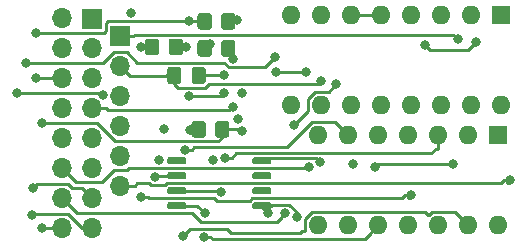
<source format=gbr>
G04 #@! TF.GenerationSoftware,KiCad,Pcbnew,5.1.5+dfsg1-2build2*
G04 #@! TF.CreationDate,2022-11-08T07:02:07+00:00*
G04 #@! TF.ProjectId,link-up-serial,6c696e6b-2d75-4702-9d73-657269616c2e,rev?*
G04 #@! TF.SameCoordinates,Original*
G04 #@! TF.FileFunction,Copper,L1,Top*
G04 #@! TF.FilePolarity,Positive*
%FSLAX46Y46*%
G04 Gerber Fmt 4.6, Leading zero omitted, Abs format (unit mm)*
G04 Created by KiCad (PCBNEW 5.1.5+dfsg1-2build2) date 2022-11-08 07:02:07*
%MOMM*%
%LPD*%
G04 APERTURE LIST*
%ADD10O,1.600000X1.600000*%
%ADD11R,1.600000X1.600000*%
%ADD12C,0.100000*%
%ADD13O,1.700000X1.700000*%
%ADD14R,1.700000X1.700000*%
%ADD15C,0.800000*%
%ADD16C,0.250000*%
G04 APERTURE END LIST*
D10*
X131064000Y-110998000D03*
X113284000Y-103378000D03*
X128524000Y-110998000D03*
X115824000Y-103378000D03*
X125984000Y-110998000D03*
X118364000Y-103378000D03*
X123444000Y-110998000D03*
X120904000Y-103378000D03*
X120904000Y-110998000D03*
X123444000Y-103378000D03*
X118364000Y-110998000D03*
X125984000Y-103378000D03*
X115824000Y-110998000D03*
X128524000Y-103378000D03*
X113284000Y-110998000D03*
D11*
X131064000Y-103378000D03*
G04 #@! TA.AperFunction,SMDPad,CuDef*
D12*
G36*
X111452703Y-115397722D02*
G01*
X111467264Y-115399882D01*
X111481543Y-115403459D01*
X111495403Y-115408418D01*
X111508710Y-115414712D01*
X111521336Y-115422280D01*
X111533159Y-115431048D01*
X111544066Y-115440934D01*
X111553952Y-115451841D01*
X111562720Y-115463664D01*
X111570288Y-115476290D01*
X111576582Y-115489597D01*
X111581541Y-115503457D01*
X111585118Y-115517736D01*
X111587278Y-115532297D01*
X111588000Y-115547000D01*
X111588000Y-115847000D01*
X111587278Y-115861703D01*
X111585118Y-115876264D01*
X111581541Y-115890543D01*
X111576582Y-115904403D01*
X111570288Y-115917710D01*
X111562720Y-115930336D01*
X111553952Y-115942159D01*
X111544066Y-115953066D01*
X111533159Y-115962952D01*
X111521336Y-115971720D01*
X111508710Y-115979288D01*
X111495403Y-115985582D01*
X111481543Y-115990541D01*
X111467264Y-115994118D01*
X111452703Y-115996278D01*
X111438000Y-115997000D01*
X110138000Y-115997000D01*
X110123297Y-115996278D01*
X110108736Y-115994118D01*
X110094457Y-115990541D01*
X110080597Y-115985582D01*
X110067290Y-115979288D01*
X110054664Y-115971720D01*
X110042841Y-115962952D01*
X110031934Y-115953066D01*
X110022048Y-115942159D01*
X110013280Y-115930336D01*
X110005712Y-115917710D01*
X109999418Y-115904403D01*
X109994459Y-115890543D01*
X109990882Y-115876264D01*
X109988722Y-115861703D01*
X109988000Y-115847000D01*
X109988000Y-115547000D01*
X109988722Y-115532297D01*
X109990882Y-115517736D01*
X109994459Y-115503457D01*
X109999418Y-115489597D01*
X110005712Y-115476290D01*
X110013280Y-115463664D01*
X110022048Y-115451841D01*
X110031934Y-115440934D01*
X110042841Y-115431048D01*
X110054664Y-115422280D01*
X110067290Y-115414712D01*
X110080597Y-115408418D01*
X110094457Y-115403459D01*
X110108736Y-115399882D01*
X110123297Y-115397722D01*
X110138000Y-115397000D01*
X111438000Y-115397000D01*
X111452703Y-115397722D01*
G37*
G04 #@! TD.AperFunction*
G04 #@! TA.AperFunction,SMDPad,CuDef*
G36*
X111452703Y-116667722D02*
G01*
X111467264Y-116669882D01*
X111481543Y-116673459D01*
X111495403Y-116678418D01*
X111508710Y-116684712D01*
X111521336Y-116692280D01*
X111533159Y-116701048D01*
X111544066Y-116710934D01*
X111553952Y-116721841D01*
X111562720Y-116733664D01*
X111570288Y-116746290D01*
X111576582Y-116759597D01*
X111581541Y-116773457D01*
X111585118Y-116787736D01*
X111587278Y-116802297D01*
X111588000Y-116817000D01*
X111588000Y-117117000D01*
X111587278Y-117131703D01*
X111585118Y-117146264D01*
X111581541Y-117160543D01*
X111576582Y-117174403D01*
X111570288Y-117187710D01*
X111562720Y-117200336D01*
X111553952Y-117212159D01*
X111544066Y-117223066D01*
X111533159Y-117232952D01*
X111521336Y-117241720D01*
X111508710Y-117249288D01*
X111495403Y-117255582D01*
X111481543Y-117260541D01*
X111467264Y-117264118D01*
X111452703Y-117266278D01*
X111438000Y-117267000D01*
X110138000Y-117267000D01*
X110123297Y-117266278D01*
X110108736Y-117264118D01*
X110094457Y-117260541D01*
X110080597Y-117255582D01*
X110067290Y-117249288D01*
X110054664Y-117241720D01*
X110042841Y-117232952D01*
X110031934Y-117223066D01*
X110022048Y-117212159D01*
X110013280Y-117200336D01*
X110005712Y-117187710D01*
X109999418Y-117174403D01*
X109994459Y-117160543D01*
X109990882Y-117146264D01*
X109988722Y-117131703D01*
X109988000Y-117117000D01*
X109988000Y-116817000D01*
X109988722Y-116802297D01*
X109990882Y-116787736D01*
X109994459Y-116773457D01*
X109999418Y-116759597D01*
X110005712Y-116746290D01*
X110013280Y-116733664D01*
X110022048Y-116721841D01*
X110031934Y-116710934D01*
X110042841Y-116701048D01*
X110054664Y-116692280D01*
X110067290Y-116684712D01*
X110080597Y-116678418D01*
X110094457Y-116673459D01*
X110108736Y-116669882D01*
X110123297Y-116667722D01*
X110138000Y-116667000D01*
X111438000Y-116667000D01*
X111452703Y-116667722D01*
G37*
G04 #@! TD.AperFunction*
G04 #@! TA.AperFunction,SMDPad,CuDef*
G36*
X111452703Y-117937722D02*
G01*
X111467264Y-117939882D01*
X111481543Y-117943459D01*
X111495403Y-117948418D01*
X111508710Y-117954712D01*
X111521336Y-117962280D01*
X111533159Y-117971048D01*
X111544066Y-117980934D01*
X111553952Y-117991841D01*
X111562720Y-118003664D01*
X111570288Y-118016290D01*
X111576582Y-118029597D01*
X111581541Y-118043457D01*
X111585118Y-118057736D01*
X111587278Y-118072297D01*
X111588000Y-118087000D01*
X111588000Y-118387000D01*
X111587278Y-118401703D01*
X111585118Y-118416264D01*
X111581541Y-118430543D01*
X111576582Y-118444403D01*
X111570288Y-118457710D01*
X111562720Y-118470336D01*
X111553952Y-118482159D01*
X111544066Y-118493066D01*
X111533159Y-118502952D01*
X111521336Y-118511720D01*
X111508710Y-118519288D01*
X111495403Y-118525582D01*
X111481543Y-118530541D01*
X111467264Y-118534118D01*
X111452703Y-118536278D01*
X111438000Y-118537000D01*
X110138000Y-118537000D01*
X110123297Y-118536278D01*
X110108736Y-118534118D01*
X110094457Y-118530541D01*
X110080597Y-118525582D01*
X110067290Y-118519288D01*
X110054664Y-118511720D01*
X110042841Y-118502952D01*
X110031934Y-118493066D01*
X110022048Y-118482159D01*
X110013280Y-118470336D01*
X110005712Y-118457710D01*
X109999418Y-118444403D01*
X109994459Y-118430543D01*
X109990882Y-118416264D01*
X109988722Y-118401703D01*
X109988000Y-118387000D01*
X109988000Y-118087000D01*
X109988722Y-118072297D01*
X109990882Y-118057736D01*
X109994459Y-118043457D01*
X109999418Y-118029597D01*
X110005712Y-118016290D01*
X110013280Y-118003664D01*
X110022048Y-117991841D01*
X110031934Y-117980934D01*
X110042841Y-117971048D01*
X110054664Y-117962280D01*
X110067290Y-117954712D01*
X110080597Y-117948418D01*
X110094457Y-117943459D01*
X110108736Y-117939882D01*
X110123297Y-117937722D01*
X110138000Y-117937000D01*
X111438000Y-117937000D01*
X111452703Y-117937722D01*
G37*
G04 #@! TD.AperFunction*
G04 #@! TA.AperFunction,SMDPad,CuDef*
G36*
X111452703Y-119207722D02*
G01*
X111467264Y-119209882D01*
X111481543Y-119213459D01*
X111495403Y-119218418D01*
X111508710Y-119224712D01*
X111521336Y-119232280D01*
X111533159Y-119241048D01*
X111544066Y-119250934D01*
X111553952Y-119261841D01*
X111562720Y-119273664D01*
X111570288Y-119286290D01*
X111576582Y-119299597D01*
X111581541Y-119313457D01*
X111585118Y-119327736D01*
X111587278Y-119342297D01*
X111588000Y-119357000D01*
X111588000Y-119657000D01*
X111587278Y-119671703D01*
X111585118Y-119686264D01*
X111581541Y-119700543D01*
X111576582Y-119714403D01*
X111570288Y-119727710D01*
X111562720Y-119740336D01*
X111553952Y-119752159D01*
X111544066Y-119763066D01*
X111533159Y-119772952D01*
X111521336Y-119781720D01*
X111508710Y-119789288D01*
X111495403Y-119795582D01*
X111481543Y-119800541D01*
X111467264Y-119804118D01*
X111452703Y-119806278D01*
X111438000Y-119807000D01*
X110138000Y-119807000D01*
X110123297Y-119806278D01*
X110108736Y-119804118D01*
X110094457Y-119800541D01*
X110080597Y-119795582D01*
X110067290Y-119789288D01*
X110054664Y-119781720D01*
X110042841Y-119772952D01*
X110031934Y-119763066D01*
X110022048Y-119752159D01*
X110013280Y-119740336D01*
X110005712Y-119727710D01*
X109999418Y-119714403D01*
X109994459Y-119700543D01*
X109990882Y-119686264D01*
X109988722Y-119671703D01*
X109988000Y-119657000D01*
X109988000Y-119357000D01*
X109988722Y-119342297D01*
X109990882Y-119327736D01*
X109994459Y-119313457D01*
X109999418Y-119299597D01*
X110005712Y-119286290D01*
X110013280Y-119273664D01*
X110022048Y-119261841D01*
X110031934Y-119250934D01*
X110042841Y-119241048D01*
X110054664Y-119232280D01*
X110067290Y-119224712D01*
X110080597Y-119218418D01*
X110094457Y-119213459D01*
X110108736Y-119209882D01*
X110123297Y-119207722D01*
X110138000Y-119207000D01*
X111438000Y-119207000D01*
X111452703Y-119207722D01*
G37*
G04 #@! TD.AperFunction*
G04 #@! TA.AperFunction,SMDPad,CuDef*
G36*
X104252703Y-119207722D02*
G01*
X104267264Y-119209882D01*
X104281543Y-119213459D01*
X104295403Y-119218418D01*
X104308710Y-119224712D01*
X104321336Y-119232280D01*
X104333159Y-119241048D01*
X104344066Y-119250934D01*
X104353952Y-119261841D01*
X104362720Y-119273664D01*
X104370288Y-119286290D01*
X104376582Y-119299597D01*
X104381541Y-119313457D01*
X104385118Y-119327736D01*
X104387278Y-119342297D01*
X104388000Y-119357000D01*
X104388000Y-119657000D01*
X104387278Y-119671703D01*
X104385118Y-119686264D01*
X104381541Y-119700543D01*
X104376582Y-119714403D01*
X104370288Y-119727710D01*
X104362720Y-119740336D01*
X104353952Y-119752159D01*
X104344066Y-119763066D01*
X104333159Y-119772952D01*
X104321336Y-119781720D01*
X104308710Y-119789288D01*
X104295403Y-119795582D01*
X104281543Y-119800541D01*
X104267264Y-119804118D01*
X104252703Y-119806278D01*
X104238000Y-119807000D01*
X102938000Y-119807000D01*
X102923297Y-119806278D01*
X102908736Y-119804118D01*
X102894457Y-119800541D01*
X102880597Y-119795582D01*
X102867290Y-119789288D01*
X102854664Y-119781720D01*
X102842841Y-119772952D01*
X102831934Y-119763066D01*
X102822048Y-119752159D01*
X102813280Y-119740336D01*
X102805712Y-119727710D01*
X102799418Y-119714403D01*
X102794459Y-119700543D01*
X102790882Y-119686264D01*
X102788722Y-119671703D01*
X102788000Y-119657000D01*
X102788000Y-119357000D01*
X102788722Y-119342297D01*
X102790882Y-119327736D01*
X102794459Y-119313457D01*
X102799418Y-119299597D01*
X102805712Y-119286290D01*
X102813280Y-119273664D01*
X102822048Y-119261841D01*
X102831934Y-119250934D01*
X102842841Y-119241048D01*
X102854664Y-119232280D01*
X102867290Y-119224712D01*
X102880597Y-119218418D01*
X102894457Y-119213459D01*
X102908736Y-119209882D01*
X102923297Y-119207722D01*
X102938000Y-119207000D01*
X104238000Y-119207000D01*
X104252703Y-119207722D01*
G37*
G04 #@! TD.AperFunction*
G04 #@! TA.AperFunction,SMDPad,CuDef*
G36*
X104252703Y-117937722D02*
G01*
X104267264Y-117939882D01*
X104281543Y-117943459D01*
X104295403Y-117948418D01*
X104308710Y-117954712D01*
X104321336Y-117962280D01*
X104333159Y-117971048D01*
X104344066Y-117980934D01*
X104353952Y-117991841D01*
X104362720Y-118003664D01*
X104370288Y-118016290D01*
X104376582Y-118029597D01*
X104381541Y-118043457D01*
X104385118Y-118057736D01*
X104387278Y-118072297D01*
X104388000Y-118087000D01*
X104388000Y-118387000D01*
X104387278Y-118401703D01*
X104385118Y-118416264D01*
X104381541Y-118430543D01*
X104376582Y-118444403D01*
X104370288Y-118457710D01*
X104362720Y-118470336D01*
X104353952Y-118482159D01*
X104344066Y-118493066D01*
X104333159Y-118502952D01*
X104321336Y-118511720D01*
X104308710Y-118519288D01*
X104295403Y-118525582D01*
X104281543Y-118530541D01*
X104267264Y-118534118D01*
X104252703Y-118536278D01*
X104238000Y-118537000D01*
X102938000Y-118537000D01*
X102923297Y-118536278D01*
X102908736Y-118534118D01*
X102894457Y-118530541D01*
X102880597Y-118525582D01*
X102867290Y-118519288D01*
X102854664Y-118511720D01*
X102842841Y-118502952D01*
X102831934Y-118493066D01*
X102822048Y-118482159D01*
X102813280Y-118470336D01*
X102805712Y-118457710D01*
X102799418Y-118444403D01*
X102794459Y-118430543D01*
X102790882Y-118416264D01*
X102788722Y-118401703D01*
X102788000Y-118387000D01*
X102788000Y-118087000D01*
X102788722Y-118072297D01*
X102790882Y-118057736D01*
X102794459Y-118043457D01*
X102799418Y-118029597D01*
X102805712Y-118016290D01*
X102813280Y-118003664D01*
X102822048Y-117991841D01*
X102831934Y-117980934D01*
X102842841Y-117971048D01*
X102854664Y-117962280D01*
X102867290Y-117954712D01*
X102880597Y-117948418D01*
X102894457Y-117943459D01*
X102908736Y-117939882D01*
X102923297Y-117937722D01*
X102938000Y-117937000D01*
X104238000Y-117937000D01*
X104252703Y-117937722D01*
G37*
G04 #@! TD.AperFunction*
G04 #@! TA.AperFunction,SMDPad,CuDef*
G36*
X104252703Y-116667722D02*
G01*
X104267264Y-116669882D01*
X104281543Y-116673459D01*
X104295403Y-116678418D01*
X104308710Y-116684712D01*
X104321336Y-116692280D01*
X104333159Y-116701048D01*
X104344066Y-116710934D01*
X104353952Y-116721841D01*
X104362720Y-116733664D01*
X104370288Y-116746290D01*
X104376582Y-116759597D01*
X104381541Y-116773457D01*
X104385118Y-116787736D01*
X104387278Y-116802297D01*
X104388000Y-116817000D01*
X104388000Y-117117000D01*
X104387278Y-117131703D01*
X104385118Y-117146264D01*
X104381541Y-117160543D01*
X104376582Y-117174403D01*
X104370288Y-117187710D01*
X104362720Y-117200336D01*
X104353952Y-117212159D01*
X104344066Y-117223066D01*
X104333159Y-117232952D01*
X104321336Y-117241720D01*
X104308710Y-117249288D01*
X104295403Y-117255582D01*
X104281543Y-117260541D01*
X104267264Y-117264118D01*
X104252703Y-117266278D01*
X104238000Y-117267000D01*
X102938000Y-117267000D01*
X102923297Y-117266278D01*
X102908736Y-117264118D01*
X102894457Y-117260541D01*
X102880597Y-117255582D01*
X102867290Y-117249288D01*
X102854664Y-117241720D01*
X102842841Y-117232952D01*
X102831934Y-117223066D01*
X102822048Y-117212159D01*
X102813280Y-117200336D01*
X102805712Y-117187710D01*
X102799418Y-117174403D01*
X102794459Y-117160543D01*
X102790882Y-117146264D01*
X102788722Y-117131703D01*
X102788000Y-117117000D01*
X102788000Y-116817000D01*
X102788722Y-116802297D01*
X102790882Y-116787736D01*
X102794459Y-116773457D01*
X102799418Y-116759597D01*
X102805712Y-116746290D01*
X102813280Y-116733664D01*
X102822048Y-116721841D01*
X102831934Y-116710934D01*
X102842841Y-116701048D01*
X102854664Y-116692280D01*
X102867290Y-116684712D01*
X102880597Y-116678418D01*
X102894457Y-116673459D01*
X102908736Y-116669882D01*
X102923297Y-116667722D01*
X102938000Y-116667000D01*
X104238000Y-116667000D01*
X104252703Y-116667722D01*
G37*
G04 #@! TD.AperFunction*
G04 #@! TA.AperFunction,SMDPad,CuDef*
G36*
X104252703Y-115397722D02*
G01*
X104267264Y-115399882D01*
X104281543Y-115403459D01*
X104295403Y-115408418D01*
X104308710Y-115414712D01*
X104321336Y-115422280D01*
X104333159Y-115431048D01*
X104344066Y-115440934D01*
X104353952Y-115451841D01*
X104362720Y-115463664D01*
X104370288Y-115476290D01*
X104376582Y-115489597D01*
X104381541Y-115503457D01*
X104385118Y-115517736D01*
X104387278Y-115532297D01*
X104388000Y-115547000D01*
X104388000Y-115847000D01*
X104387278Y-115861703D01*
X104385118Y-115876264D01*
X104381541Y-115890543D01*
X104376582Y-115904403D01*
X104370288Y-115917710D01*
X104362720Y-115930336D01*
X104353952Y-115942159D01*
X104344066Y-115953066D01*
X104333159Y-115962952D01*
X104321336Y-115971720D01*
X104308710Y-115979288D01*
X104295403Y-115985582D01*
X104281543Y-115990541D01*
X104267264Y-115994118D01*
X104252703Y-115996278D01*
X104238000Y-115997000D01*
X102938000Y-115997000D01*
X102923297Y-115996278D01*
X102908736Y-115994118D01*
X102894457Y-115990541D01*
X102880597Y-115985582D01*
X102867290Y-115979288D01*
X102854664Y-115971720D01*
X102842841Y-115962952D01*
X102831934Y-115953066D01*
X102822048Y-115942159D01*
X102813280Y-115930336D01*
X102805712Y-115917710D01*
X102799418Y-115904403D01*
X102794459Y-115890543D01*
X102790882Y-115876264D01*
X102788722Y-115861703D01*
X102788000Y-115847000D01*
X102788000Y-115547000D01*
X102788722Y-115532297D01*
X102790882Y-115517736D01*
X102794459Y-115503457D01*
X102799418Y-115489597D01*
X102805712Y-115476290D01*
X102813280Y-115463664D01*
X102822048Y-115451841D01*
X102831934Y-115440934D01*
X102842841Y-115431048D01*
X102854664Y-115422280D01*
X102867290Y-115414712D01*
X102880597Y-115408418D01*
X102894457Y-115403459D01*
X102908736Y-115399882D01*
X102923297Y-115397722D01*
X102938000Y-115397000D01*
X104238000Y-115397000D01*
X104252703Y-115397722D01*
G37*
G04 #@! TD.AperFunction*
D10*
X130810000Y-121158000D03*
X115570000Y-113538000D03*
X128270000Y-121158000D03*
X118110000Y-113538000D03*
X125730000Y-121158000D03*
X120650000Y-113538000D03*
X123190000Y-121158000D03*
X123190000Y-113538000D03*
X120650000Y-121158000D03*
X125730000Y-113538000D03*
X118110000Y-121158000D03*
X128270000Y-113538000D03*
X115570000Y-121158000D03*
D11*
X130810000Y-113538000D03*
G04 #@! TA.AperFunction,SMDPad,CuDef*
D12*
G36*
X101863505Y-105346204D02*
G01*
X101887773Y-105349804D01*
X101911572Y-105355765D01*
X101934671Y-105364030D01*
X101956850Y-105374520D01*
X101977893Y-105387132D01*
X101997599Y-105401747D01*
X102015777Y-105418223D01*
X102032253Y-105436401D01*
X102046868Y-105456107D01*
X102059480Y-105477150D01*
X102069970Y-105499329D01*
X102078235Y-105522428D01*
X102084196Y-105546227D01*
X102087796Y-105570495D01*
X102089000Y-105594999D01*
X102089000Y-106495001D01*
X102087796Y-106519505D01*
X102084196Y-106543773D01*
X102078235Y-106567572D01*
X102069970Y-106590671D01*
X102059480Y-106612850D01*
X102046868Y-106633893D01*
X102032253Y-106653599D01*
X102015777Y-106671777D01*
X101997599Y-106688253D01*
X101977893Y-106702868D01*
X101956850Y-106715480D01*
X101934671Y-106725970D01*
X101911572Y-106734235D01*
X101887773Y-106740196D01*
X101863505Y-106743796D01*
X101839001Y-106745000D01*
X101138999Y-106745000D01*
X101114495Y-106743796D01*
X101090227Y-106740196D01*
X101066428Y-106734235D01*
X101043329Y-106725970D01*
X101021150Y-106715480D01*
X101000107Y-106702868D01*
X100980401Y-106688253D01*
X100962223Y-106671777D01*
X100945747Y-106653599D01*
X100931132Y-106633893D01*
X100918520Y-106612850D01*
X100908030Y-106590671D01*
X100899765Y-106567572D01*
X100893804Y-106543773D01*
X100890204Y-106519505D01*
X100889000Y-106495001D01*
X100889000Y-105594999D01*
X100890204Y-105570495D01*
X100893804Y-105546227D01*
X100899765Y-105522428D01*
X100908030Y-105499329D01*
X100918520Y-105477150D01*
X100931132Y-105456107D01*
X100945747Y-105436401D01*
X100962223Y-105418223D01*
X100980401Y-105401747D01*
X101000107Y-105387132D01*
X101021150Y-105374520D01*
X101043329Y-105364030D01*
X101066428Y-105355765D01*
X101090227Y-105349804D01*
X101114495Y-105346204D01*
X101138999Y-105345000D01*
X101839001Y-105345000D01*
X101863505Y-105346204D01*
G37*
G04 #@! TD.AperFunction*
G04 #@! TA.AperFunction,SMDPad,CuDef*
G36*
X103863505Y-105346204D02*
G01*
X103887773Y-105349804D01*
X103911572Y-105355765D01*
X103934671Y-105364030D01*
X103956850Y-105374520D01*
X103977893Y-105387132D01*
X103997599Y-105401747D01*
X104015777Y-105418223D01*
X104032253Y-105436401D01*
X104046868Y-105456107D01*
X104059480Y-105477150D01*
X104069970Y-105499329D01*
X104078235Y-105522428D01*
X104084196Y-105546227D01*
X104087796Y-105570495D01*
X104089000Y-105594999D01*
X104089000Y-106495001D01*
X104087796Y-106519505D01*
X104084196Y-106543773D01*
X104078235Y-106567572D01*
X104069970Y-106590671D01*
X104059480Y-106612850D01*
X104046868Y-106633893D01*
X104032253Y-106653599D01*
X104015777Y-106671777D01*
X103997599Y-106688253D01*
X103977893Y-106702868D01*
X103956850Y-106715480D01*
X103934671Y-106725970D01*
X103911572Y-106734235D01*
X103887773Y-106740196D01*
X103863505Y-106743796D01*
X103839001Y-106745000D01*
X103138999Y-106745000D01*
X103114495Y-106743796D01*
X103090227Y-106740196D01*
X103066428Y-106734235D01*
X103043329Y-106725970D01*
X103021150Y-106715480D01*
X103000107Y-106702868D01*
X102980401Y-106688253D01*
X102962223Y-106671777D01*
X102945747Y-106653599D01*
X102931132Y-106633893D01*
X102918520Y-106612850D01*
X102908030Y-106590671D01*
X102899765Y-106567572D01*
X102893804Y-106543773D01*
X102890204Y-106519505D01*
X102889000Y-106495001D01*
X102889000Y-105594999D01*
X102890204Y-105570495D01*
X102893804Y-105546227D01*
X102899765Y-105522428D01*
X102908030Y-105499329D01*
X102918520Y-105477150D01*
X102931132Y-105456107D01*
X102945747Y-105436401D01*
X102962223Y-105418223D01*
X102980401Y-105401747D01*
X103000107Y-105387132D01*
X103021150Y-105374520D01*
X103043329Y-105364030D01*
X103066428Y-105355765D01*
X103090227Y-105349804D01*
X103114495Y-105346204D01*
X103138999Y-105345000D01*
X103839001Y-105345000D01*
X103863505Y-105346204D01*
G37*
G04 #@! TD.AperFunction*
G04 #@! TA.AperFunction,SMDPad,CuDef*
G36*
X105800505Y-112331204D02*
G01*
X105824773Y-112334804D01*
X105848572Y-112340765D01*
X105871671Y-112349030D01*
X105893850Y-112359520D01*
X105914893Y-112372132D01*
X105934599Y-112386747D01*
X105952777Y-112403223D01*
X105969253Y-112421401D01*
X105983868Y-112441107D01*
X105996480Y-112462150D01*
X106006970Y-112484329D01*
X106015235Y-112507428D01*
X106021196Y-112531227D01*
X106024796Y-112555495D01*
X106026000Y-112579999D01*
X106026000Y-113480001D01*
X106024796Y-113504505D01*
X106021196Y-113528773D01*
X106015235Y-113552572D01*
X106006970Y-113575671D01*
X105996480Y-113597850D01*
X105983868Y-113618893D01*
X105969253Y-113638599D01*
X105952777Y-113656777D01*
X105934599Y-113673253D01*
X105914893Y-113687868D01*
X105893850Y-113700480D01*
X105871671Y-113710970D01*
X105848572Y-113719235D01*
X105824773Y-113725196D01*
X105800505Y-113728796D01*
X105776001Y-113730000D01*
X105075999Y-113730000D01*
X105051495Y-113728796D01*
X105027227Y-113725196D01*
X105003428Y-113719235D01*
X104980329Y-113710970D01*
X104958150Y-113700480D01*
X104937107Y-113687868D01*
X104917401Y-113673253D01*
X104899223Y-113656777D01*
X104882747Y-113638599D01*
X104868132Y-113618893D01*
X104855520Y-113597850D01*
X104845030Y-113575671D01*
X104836765Y-113552572D01*
X104830804Y-113528773D01*
X104827204Y-113504505D01*
X104826000Y-113480001D01*
X104826000Y-112579999D01*
X104827204Y-112555495D01*
X104830804Y-112531227D01*
X104836765Y-112507428D01*
X104845030Y-112484329D01*
X104855520Y-112462150D01*
X104868132Y-112441107D01*
X104882747Y-112421401D01*
X104899223Y-112403223D01*
X104917401Y-112386747D01*
X104937107Y-112372132D01*
X104958150Y-112359520D01*
X104980329Y-112349030D01*
X105003428Y-112340765D01*
X105027227Y-112334804D01*
X105051495Y-112331204D01*
X105075999Y-112330000D01*
X105776001Y-112330000D01*
X105800505Y-112331204D01*
G37*
G04 #@! TD.AperFunction*
G04 #@! TA.AperFunction,SMDPad,CuDef*
G36*
X107800505Y-112331204D02*
G01*
X107824773Y-112334804D01*
X107848572Y-112340765D01*
X107871671Y-112349030D01*
X107893850Y-112359520D01*
X107914893Y-112372132D01*
X107934599Y-112386747D01*
X107952777Y-112403223D01*
X107969253Y-112421401D01*
X107983868Y-112441107D01*
X107996480Y-112462150D01*
X108006970Y-112484329D01*
X108015235Y-112507428D01*
X108021196Y-112531227D01*
X108024796Y-112555495D01*
X108026000Y-112579999D01*
X108026000Y-113480001D01*
X108024796Y-113504505D01*
X108021196Y-113528773D01*
X108015235Y-113552572D01*
X108006970Y-113575671D01*
X107996480Y-113597850D01*
X107983868Y-113618893D01*
X107969253Y-113638599D01*
X107952777Y-113656777D01*
X107934599Y-113673253D01*
X107914893Y-113687868D01*
X107893850Y-113700480D01*
X107871671Y-113710970D01*
X107848572Y-113719235D01*
X107824773Y-113725196D01*
X107800505Y-113728796D01*
X107776001Y-113730000D01*
X107075999Y-113730000D01*
X107051495Y-113728796D01*
X107027227Y-113725196D01*
X107003428Y-113719235D01*
X106980329Y-113710970D01*
X106958150Y-113700480D01*
X106937107Y-113687868D01*
X106917401Y-113673253D01*
X106899223Y-113656777D01*
X106882747Y-113638599D01*
X106868132Y-113618893D01*
X106855520Y-113597850D01*
X106845030Y-113575671D01*
X106836765Y-113552572D01*
X106830804Y-113528773D01*
X106827204Y-113504505D01*
X106826000Y-113480001D01*
X106826000Y-112579999D01*
X106827204Y-112555495D01*
X106830804Y-112531227D01*
X106836765Y-112507428D01*
X106845030Y-112484329D01*
X106855520Y-112462150D01*
X106868132Y-112441107D01*
X106882747Y-112421401D01*
X106899223Y-112403223D01*
X106917401Y-112386747D01*
X106937107Y-112372132D01*
X106958150Y-112359520D01*
X106980329Y-112349030D01*
X107003428Y-112340765D01*
X107027227Y-112334804D01*
X107051495Y-112331204D01*
X107075999Y-112330000D01*
X107776001Y-112330000D01*
X107800505Y-112331204D01*
G37*
G04 #@! TD.AperFunction*
G04 #@! TA.AperFunction,SMDPad,CuDef*
G36*
X106308505Y-103187204D02*
G01*
X106332773Y-103190804D01*
X106356572Y-103196765D01*
X106379671Y-103205030D01*
X106401850Y-103215520D01*
X106422893Y-103228132D01*
X106442599Y-103242747D01*
X106460777Y-103259223D01*
X106477253Y-103277401D01*
X106491868Y-103297107D01*
X106504480Y-103318150D01*
X106514970Y-103340329D01*
X106523235Y-103363428D01*
X106529196Y-103387227D01*
X106532796Y-103411495D01*
X106534000Y-103435999D01*
X106534000Y-104336001D01*
X106532796Y-104360505D01*
X106529196Y-104384773D01*
X106523235Y-104408572D01*
X106514970Y-104431671D01*
X106504480Y-104453850D01*
X106491868Y-104474893D01*
X106477253Y-104494599D01*
X106460777Y-104512777D01*
X106442599Y-104529253D01*
X106422893Y-104543868D01*
X106401850Y-104556480D01*
X106379671Y-104566970D01*
X106356572Y-104575235D01*
X106332773Y-104581196D01*
X106308505Y-104584796D01*
X106284001Y-104586000D01*
X105583999Y-104586000D01*
X105559495Y-104584796D01*
X105535227Y-104581196D01*
X105511428Y-104575235D01*
X105488329Y-104566970D01*
X105466150Y-104556480D01*
X105445107Y-104543868D01*
X105425401Y-104529253D01*
X105407223Y-104512777D01*
X105390747Y-104494599D01*
X105376132Y-104474893D01*
X105363520Y-104453850D01*
X105353030Y-104431671D01*
X105344765Y-104408572D01*
X105338804Y-104384773D01*
X105335204Y-104360505D01*
X105334000Y-104336001D01*
X105334000Y-103435999D01*
X105335204Y-103411495D01*
X105338804Y-103387227D01*
X105344765Y-103363428D01*
X105353030Y-103340329D01*
X105363520Y-103318150D01*
X105376132Y-103297107D01*
X105390747Y-103277401D01*
X105407223Y-103259223D01*
X105425401Y-103242747D01*
X105445107Y-103228132D01*
X105466150Y-103215520D01*
X105488329Y-103205030D01*
X105511428Y-103196765D01*
X105535227Y-103190804D01*
X105559495Y-103187204D01*
X105583999Y-103186000D01*
X106284001Y-103186000D01*
X106308505Y-103187204D01*
G37*
G04 #@! TD.AperFunction*
G04 #@! TA.AperFunction,SMDPad,CuDef*
G36*
X108308505Y-103187204D02*
G01*
X108332773Y-103190804D01*
X108356572Y-103196765D01*
X108379671Y-103205030D01*
X108401850Y-103215520D01*
X108422893Y-103228132D01*
X108442599Y-103242747D01*
X108460777Y-103259223D01*
X108477253Y-103277401D01*
X108491868Y-103297107D01*
X108504480Y-103318150D01*
X108514970Y-103340329D01*
X108523235Y-103363428D01*
X108529196Y-103387227D01*
X108532796Y-103411495D01*
X108534000Y-103435999D01*
X108534000Y-104336001D01*
X108532796Y-104360505D01*
X108529196Y-104384773D01*
X108523235Y-104408572D01*
X108514970Y-104431671D01*
X108504480Y-104453850D01*
X108491868Y-104474893D01*
X108477253Y-104494599D01*
X108460777Y-104512777D01*
X108442599Y-104529253D01*
X108422893Y-104543868D01*
X108401850Y-104556480D01*
X108379671Y-104566970D01*
X108356572Y-104575235D01*
X108332773Y-104581196D01*
X108308505Y-104584796D01*
X108284001Y-104586000D01*
X107583999Y-104586000D01*
X107559495Y-104584796D01*
X107535227Y-104581196D01*
X107511428Y-104575235D01*
X107488329Y-104566970D01*
X107466150Y-104556480D01*
X107445107Y-104543868D01*
X107425401Y-104529253D01*
X107407223Y-104512777D01*
X107390747Y-104494599D01*
X107376132Y-104474893D01*
X107363520Y-104453850D01*
X107353030Y-104431671D01*
X107344765Y-104408572D01*
X107338804Y-104384773D01*
X107335204Y-104360505D01*
X107334000Y-104336001D01*
X107334000Y-103435999D01*
X107335204Y-103411495D01*
X107338804Y-103387227D01*
X107344765Y-103363428D01*
X107353030Y-103340329D01*
X107363520Y-103318150D01*
X107376132Y-103297107D01*
X107390747Y-103277401D01*
X107407223Y-103259223D01*
X107425401Y-103242747D01*
X107445107Y-103228132D01*
X107466150Y-103215520D01*
X107488329Y-103205030D01*
X107511428Y-103196765D01*
X107535227Y-103190804D01*
X107559495Y-103187204D01*
X107583999Y-103186000D01*
X108284001Y-103186000D01*
X108308505Y-103187204D01*
G37*
G04 #@! TD.AperFunction*
G04 #@! TA.AperFunction,SMDPad,CuDef*
G36*
X106308505Y-105473204D02*
G01*
X106332773Y-105476804D01*
X106356572Y-105482765D01*
X106379671Y-105491030D01*
X106401850Y-105501520D01*
X106422893Y-105514132D01*
X106442599Y-105528747D01*
X106460777Y-105545223D01*
X106477253Y-105563401D01*
X106491868Y-105583107D01*
X106504480Y-105604150D01*
X106514970Y-105626329D01*
X106523235Y-105649428D01*
X106529196Y-105673227D01*
X106532796Y-105697495D01*
X106534000Y-105721999D01*
X106534000Y-106622001D01*
X106532796Y-106646505D01*
X106529196Y-106670773D01*
X106523235Y-106694572D01*
X106514970Y-106717671D01*
X106504480Y-106739850D01*
X106491868Y-106760893D01*
X106477253Y-106780599D01*
X106460777Y-106798777D01*
X106442599Y-106815253D01*
X106422893Y-106829868D01*
X106401850Y-106842480D01*
X106379671Y-106852970D01*
X106356572Y-106861235D01*
X106332773Y-106867196D01*
X106308505Y-106870796D01*
X106284001Y-106872000D01*
X105583999Y-106872000D01*
X105559495Y-106870796D01*
X105535227Y-106867196D01*
X105511428Y-106861235D01*
X105488329Y-106852970D01*
X105466150Y-106842480D01*
X105445107Y-106829868D01*
X105425401Y-106815253D01*
X105407223Y-106798777D01*
X105390747Y-106780599D01*
X105376132Y-106760893D01*
X105363520Y-106739850D01*
X105353030Y-106717671D01*
X105344765Y-106694572D01*
X105338804Y-106670773D01*
X105335204Y-106646505D01*
X105334000Y-106622001D01*
X105334000Y-105721999D01*
X105335204Y-105697495D01*
X105338804Y-105673227D01*
X105344765Y-105649428D01*
X105353030Y-105626329D01*
X105363520Y-105604150D01*
X105376132Y-105583107D01*
X105390747Y-105563401D01*
X105407223Y-105545223D01*
X105425401Y-105528747D01*
X105445107Y-105514132D01*
X105466150Y-105501520D01*
X105488329Y-105491030D01*
X105511428Y-105482765D01*
X105535227Y-105476804D01*
X105559495Y-105473204D01*
X105583999Y-105472000D01*
X106284001Y-105472000D01*
X106308505Y-105473204D01*
G37*
G04 #@! TD.AperFunction*
G04 #@! TA.AperFunction,SMDPad,CuDef*
G36*
X108308505Y-105473204D02*
G01*
X108332773Y-105476804D01*
X108356572Y-105482765D01*
X108379671Y-105491030D01*
X108401850Y-105501520D01*
X108422893Y-105514132D01*
X108442599Y-105528747D01*
X108460777Y-105545223D01*
X108477253Y-105563401D01*
X108491868Y-105583107D01*
X108504480Y-105604150D01*
X108514970Y-105626329D01*
X108523235Y-105649428D01*
X108529196Y-105673227D01*
X108532796Y-105697495D01*
X108534000Y-105721999D01*
X108534000Y-106622001D01*
X108532796Y-106646505D01*
X108529196Y-106670773D01*
X108523235Y-106694572D01*
X108514970Y-106717671D01*
X108504480Y-106739850D01*
X108491868Y-106760893D01*
X108477253Y-106780599D01*
X108460777Y-106798777D01*
X108442599Y-106815253D01*
X108422893Y-106829868D01*
X108401850Y-106842480D01*
X108379671Y-106852970D01*
X108356572Y-106861235D01*
X108332773Y-106867196D01*
X108308505Y-106870796D01*
X108284001Y-106872000D01*
X107583999Y-106872000D01*
X107559495Y-106870796D01*
X107535227Y-106867196D01*
X107511428Y-106861235D01*
X107488329Y-106852970D01*
X107466150Y-106842480D01*
X107445107Y-106829868D01*
X107425401Y-106815253D01*
X107407223Y-106798777D01*
X107390747Y-106780599D01*
X107376132Y-106760893D01*
X107363520Y-106739850D01*
X107353030Y-106717671D01*
X107344765Y-106694572D01*
X107338804Y-106670773D01*
X107335204Y-106646505D01*
X107334000Y-106622001D01*
X107334000Y-105721999D01*
X107335204Y-105697495D01*
X107338804Y-105673227D01*
X107344765Y-105649428D01*
X107353030Y-105626329D01*
X107363520Y-105604150D01*
X107376132Y-105583107D01*
X107390747Y-105563401D01*
X107407223Y-105545223D01*
X107425401Y-105528747D01*
X107445107Y-105514132D01*
X107466150Y-105501520D01*
X107488329Y-105491030D01*
X107511428Y-105482765D01*
X107535227Y-105476804D01*
X107559495Y-105473204D01*
X107583999Y-105472000D01*
X108284001Y-105472000D01*
X108308505Y-105473204D01*
G37*
G04 #@! TD.AperFunction*
D13*
X98806000Y-117856000D03*
X98806000Y-115316000D03*
X98806000Y-112776000D03*
X98806000Y-110236000D03*
X98806000Y-107696000D03*
D14*
X98806000Y-105156000D03*
D13*
X93840000Y-121400000D03*
X96380000Y-121400000D03*
X93840000Y-118860000D03*
X96380000Y-118860000D03*
X93840000Y-116320000D03*
X96380000Y-116320000D03*
X93840000Y-113780000D03*
X96380000Y-113780000D03*
X93840000Y-111240000D03*
X96380000Y-111240000D03*
X93840000Y-108700000D03*
X96380000Y-108700000D03*
X93840000Y-106160000D03*
X96380000Y-106160000D03*
X93840000Y-103620000D03*
D14*
X96380000Y-103700000D03*
G04 #@! TA.AperFunction,SMDPad,CuDef*
D12*
G36*
X105793504Y-107734204D02*
G01*
X105817773Y-107737804D01*
X105841571Y-107743765D01*
X105864671Y-107752030D01*
X105886849Y-107762520D01*
X105907893Y-107775133D01*
X105927598Y-107789747D01*
X105945777Y-107806223D01*
X105962253Y-107824402D01*
X105976867Y-107844107D01*
X105989480Y-107865151D01*
X105999970Y-107887329D01*
X106008235Y-107910429D01*
X106014196Y-107934227D01*
X106017796Y-107958496D01*
X106019000Y-107983000D01*
X106019000Y-108933000D01*
X106017796Y-108957504D01*
X106014196Y-108981773D01*
X106008235Y-109005571D01*
X105999970Y-109028671D01*
X105989480Y-109050849D01*
X105976867Y-109071893D01*
X105962253Y-109091598D01*
X105945777Y-109109777D01*
X105927598Y-109126253D01*
X105907893Y-109140867D01*
X105886849Y-109153480D01*
X105864671Y-109163970D01*
X105841571Y-109172235D01*
X105817773Y-109178196D01*
X105793504Y-109181796D01*
X105769000Y-109183000D01*
X105094000Y-109183000D01*
X105069496Y-109181796D01*
X105045227Y-109178196D01*
X105021429Y-109172235D01*
X104998329Y-109163970D01*
X104976151Y-109153480D01*
X104955107Y-109140867D01*
X104935402Y-109126253D01*
X104917223Y-109109777D01*
X104900747Y-109091598D01*
X104886133Y-109071893D01*
X104873520Y-109050849D01*
X104863030Y-109028671D01*
X104854765Y-109005571D01*
X104848804Y-108981773D01*
X104845204Y-108957504D01*
X104844000Y-108933000D01*
X104844000Y-107983000D01*
X104845204Y-107958496D01*
X104848804Y-107934227D01*
X104854765Y-107910429D01*
X104863030Y-107887329D01*
X104873520Y-107865151D01*
X104886133Y-107844107D01*
X104900747Y-107824402D01*
X104917223Y-107806223D01*
X104935402Y-107789747D01*
X104955107Y-107775133D01*
X104976151Y-107762520D01*
X104998329Y-107752030D01*
X105021429Y-107743765D01*
X105045227Y-107737804D01*
X105069496Y-107734204D01*
X105094000Y-107733000D01*
X105769000Y-107733000D01*
X105793504Y-107734204D01*
G37*
G04 #@! TD.AperFunction*
G04 #@! TA.AperFunction,SMDPad,CuDef*
G36*
X103718504Y-107734204D02*
G01*
X103742773Y-107737804D01*
X103766571Y-107743765D01*
X103789671Y-107752030D01*
X103811849Y-107762520D01*
X103832893Y-107775133D01*
X103852598Y-107789747D01*
X103870777Y-107806223D01*
X103887253Y-107824402D01*
X103901867Y-107844107D01*
X103914480Y-107865151D01*
X103924970Y-107887329D01*
X103933235Y-107910429D01*
X103939196Y-107934227D01*
X103942796Y-107958496D01*
X103944000Y-107983000D01*
X103944000Y-108933000D01*
X103942796Y-108957504D01*
X103939196Y-108981773D01*
X103933235Y-109005571D01*
X103924970Y-109028671D01*
X103914480Y-109050849D01*
X103901867Y-109071893D01*
X103887253Y-109091598D01*
X103870777Y-109109777D01*
X103852598Y-109126253D01*
X103832893Y-109140867D01*
X103811849Y-109153480D01*
X103789671Y-109163970D01*
X103766571Y-109172235D01*
X103742773Y-109178196D01*
X103718504Y-109181796D01*
X103694000Y-109183000D01*
X103019000Y-109183000D01*
X102994496Y-109181796D01*
X102970227Y-109178196D01*
X102946429Y-109172235D01*
X102923329Y-109163970D01*
X102901151Y-109153480D01*
X102880107Y-109140867D01*
X102860402Y-109126253D01*
X102842223Y-109109777D01*
X102825747Y-109091598D01*
X102811133Y-109071893D01*
X102798520Y-109050849D01*
X102788030Y-109028671D01*
X102779765Y-109005571D01*
X102773804Y-108981773D01*
X102770204Y-108957504D01*
X102769000Y-108933000D01*
X102769000Y-107983000D01*
X102770204Y-107958496D01*
X102773804Y-107934227D01*
X102779765Y-107910429D01*
X102788030Y-107887329D01*
X102798520Y-107865151D01*
X102811133Y-107844107D01*
X102825747Y-107824402D01*
X102842223Y-107806223D01*
X102860402Y-107789747D01*
X102880107Y-107775133D01*
X102901151Y-107762520D01*
X102923329Y-107752030D01*
X102946429Y-107743765D01*
X102970227Y-107737804D01*
X102994496Y-107734204D01*
X103019000Y-107733000D01*
X103694000Y-107733000D01*
X103718504Y-107734204D01*
G37*
G04 #@! TD.AperFunction*
D15*
X104695149Y-113109851D03*
X102489000Y-113030000D03*
X107317956Y-118336990D03*
X118491000Y-115951000D03*
X106426000Y-105791000D03*
X102108000Y-115597010D03*
X104394000Y-106045000D03*
X108712000Y-103759000D03*
X99695000Y-103161000D03*
X109093000Y-109982000D03*
X108807846Y-112189693D03*
X115727147Y-115811080D03*
X105956500Y-120142000D03*
X101727000Y-117047010D03*
X111290500Y-120142000D03*
X113737526Y-120416721D03*
X113538000Y-112649000D03*
X117094000Y-109220000D03*
X107569000Y-108446180D03*
X106680000Y-115597010D03*
X115824000Y-108900185D03*
X127381000Y-105410000D03*
X92202000Y-121412000D03*
X92202000Y-112522000D03*
X109093000Y-113157000D03*
X91313000Y-120269000D03*
X90080000Y-109982000D03*
X97358703Y-110147475D03*
X112776000Y-120142000D03*
X91440000Y-117983000D03*
X90805000Y-107442000D03*
X111887000Y-106934000D03*
X114808000Y-116205000D03*
X114554000Y-108204000D03*
X112014000Y-108204000D03*
X108331000Y-111125000D03*
X108331000Y-107061000D03*
X91694000Y-108712000D03*
X91694000Y-104902000D03*
X104648000Y-103886000D03*
X131826000Y-117348000D03*
X100584000Y-118745000D03*
X123444000Y-118618000D03*
X104140000Y-122047000D03*
X105918000Y-122175000D03*
X127000000Y-115951000D03*
X120396000Y-116205000D03*
X100584000Y-106045000D03*
X104267000Y-114780010D03*
X124587000Y-105918000D03*
X128905000Y-105664000D03*
X104648000Y-110233010D03*
X107606000Y-109982000D03*
X107696000Y-115443000D03*
D16*
X118364000Y-103378000D02*
X120904000Y-103378000D01*
X104775000Y-113030000D02*
X104695149Y-113109851D01*
X105426000Y-113030000D02*
X104775000Y-113030000D01*
X107217966Y-118237000D02*
X107317956Y-118336990D01*
X103588000Y-118237000D02*
X107217966Y-118237000D01*
X106045000Y-106172000D02*
X106426000Y-105791000D01*
X105934000Y-106172000D02*
X106045000Y-106172000D01*
X103489000Y-106045000D02*
X104394000Y-106045000D01*
X108585000Y-103886000D02*
X108712000Y-103759000D01*
X107934000Y-103886000D02*
X108585000Y-103886000D01*
X110788000Y-115697000D02*
X111252000Y-115697000D01*
X115396066Y-115479999D02*
X115727147Y-115811080D01*
X111469001Y-115479999D02*
X115396066Y-115479999D01*
X111252000Y-115697000D02*
X111469001Y-115479999D01*
X105321500Y-119507000D02*
X105956500Y-120142000D01*
X103588000Y-119507000D02*
X105321500Y-119507000D01*
X101807010Y-116967000D02*
X101727000Y-117047010D01*
X103588000Y-116967000D02*
X101807010Y-116967000D01*
X110788000Y-119639500D02*
X111290500Y-120142000D01*
X110788000Y-119507000D02*
X110788000Y-119639500D01*
X113737526Y-120030524D02*
X113737526Y-120416721D01*
X113124001Y-119416999D02*
X113737526Y-120030524D01*
X111678001Y-119416999D02*
X113124001Y-119416999D01*
X111588000Y-119507000D02*
X111678001Y-119416999D01*
X110788000Y-119507000D02*
X111588000Y-119507000D01*
X116441001Y-109872999D02*
X117094000Y-109220000D01*
X115283999Y-109872999D02*
X116441001Y-109872999D01*
X114698999Y-110457999D02*
X115283999Y-109872999D01*
X114698999Y-111488001D02*
X114698999Y-110457999D01*
X113538000Y-112649000D02*
X114698999Y-111488001D01*
X107557180Y-108458000D02*
X107569000Y-108446180D01*
X105431500Y-108458000D02*
X107557180Y-108458000D01*
X99655999Y-108545999D02*
X98806000Y-107696000D01*
X102681001Y-108545999D02*
X99655999Y-108545999D01*
X102769000Y-108458000D02*
X102681001Y-108545999D01*
X103356500Y-108458000D02*
X102769000Y-108458000D01*
X106344010Y-109171180D02*
X115553005Y-109171180D01*
X106007180Y-109508010D02*
X106344010Y-109171180D01*
X115553005Y-109171180D02*
X115824000Y-108900185D01*
X103681510Y-109508010D02*
X106007180Y-109508010D01*
X103356500Y-109183000D02*
X103681510Y-109508010D01*
X103356500Y-108458000D02*
X103356500Y-109183000D01*
X126990990Y-105019990D02*
X127381000Y-105410000D01*
X100042010Y-105019990D02*
X126990990Y-105019990D01*
X99906000Y-105156000D02*
X100042010Y-105019990D01*
X98806000Y-105156000D02*
X99906000Y-105156000D01*
X92214000Y-121400000D02*
X92202000Y-121412000D01*
X93840000Y-121400000D02*
X92214000Y-121400000D01*
X107426000Y-113730000D02*
X107426000Y-113030000D01*
X107100990Y-114055010D02*
X107426000Y-113730000D01*
X98346008Y-114055010D02*
X107100990Y-114055010D01*
X96812998Y-112522000D02*
X98346008Y-114055010D01*
X92202000Y-112522000D02*
X96812998Y-112522000D01*
X108966000Y-113030000D02*
X109093000Y-113157000D01*
X107426000Y-113030000D02*
X108966000Y-113030000D01*
X91357001Y-120224999D02*
X91313000Y-120269000D01*
X94404001Y-120224999D02*
X91357001Y-120224999D01*
X95579002Y-121400000D02*
X94404001Y-120224999D01*
X96380000Y-121400000D02*
X95579002Y-121400000D01*
X97193228Y-109982000D02*
X97358703Y-110147475D01*
X90080000Y-109982000D02*
X97193228Y-109982000D01*
X93840000Y-118860000D02*
X95122000Y-120142000D01*
X112376001Y-120541999D02*
X112776000Y-120142000D01*
X112050999Y-120867001D02*
X112376001Y-120541999D01*
X105608499Y-120867001D02*
X112050999Y-120867001D01*
X104883498Y-120142000D02*
X105608499Y-120867001D01*
X95122000Y-120142000D02*
X104883498Y-120142000D01*
X91738001Y-117684999D02*
X91440000Y-117983000D01*
X94404001Y-117684999D02*
X91738001Y-117684999D01*
X94729003Y-118010001D02*
X94404001Y-117684999D01*
X95530001Y-118010001D02*
X94729003Y-118010001D01*
X96380000Y-118860000D02*
X95530001Y-118010001D01*
X111034999Y-107786001D02*
X111887000Y-106934000D01*
X107982999Y-107786001D02*
X111034999Y-107786001D01*
X100256992Y-107407990D02*
X107604988Y-107407990D01*
X99370001Y-106520999D02*
X100256992Y-107407990D01*
X98241999Y-106520999D02*
X99370001Y-106520999D01*
X97320998Y-107442000D02*
X98241999Y-106520999D01*
X107604988Y-107407990D02*
X107982999Y-107786001D01*
X90805000Y-107442000D02*
X97320998Y-107442000D01*
X114690990Y-116322010D02*
X114808000Y-116205000D01*
X99370001Y-116491001D02*
X99538992Y-116322010D01*
X98241999Y-116491001D02*
X99370001Y-116491001D01*
X97237999Y-117495001D02*
X98241999Y-116491001D01*
X95015001Y-117495001D02*
X97237999Y-117495001D01*
X99538992Y-116322010D02*
X114690990Y-116322010D01*
X93840000Y-116320000D02*
X95015001Y-117495001D01*
X114554000Y-108204000D02*
X112014000Y-108204000D01*
X108044999Y-111411001D02*
X108331000Y-111125000D01*
X97753082Y-111411001D02*
X108044999Y-111411001D01*
X97582081Y-111240000D02*
X97753082Y-111411001D01*
X96380000Y-111240000D02*
X97582081Y-111240000D01*
X108331000Y-106569000D02*
X107934000Y-106172000D01*
X108331000Y-107061000D02*
X108331000Y-106569000D01*
X91706000Y-108700000D02*
X91694000Y-108712000D01*
X93840000Y-108700000D02*
X91706000Y-108700000D01*
X105334000Y-103886000D02*
X105934000Y-103886000D01*
X97630999Y-104045999D02*
X97790998Y-103886000D01*
X97630999Y-104734003D02*
X97630999Y-104045999D01*
X97463002Y-104902000D02*
X97630999Y-104734003D01*
X91694000Y-104902000D02*
X97463002Y-104902000D01*
X104648000Y-103886000D02*
X105334000Y-103886000D01*
X97790998Y-103886000D02*
X104648000Y-103886000D01*
X131562010Y-117611990D02*
X131826000Y-117348000D01*
X100008081Y-117856000D02*
X100252091Y-117611990D01*
X98806000Y-117856000D02*
X100008081Y-117856000D01*
X131016305Y-117592010D02*
X131260315Y-117348000D01*
X102761222Y-117592010D02*
X131016305Y-117592010D01*
X102581221Y-117772011D02*
X102761222Y-117592010D01*
X101378999Y-117772011D02*
X102581221Y-117772011D01*
X101218978Y-117611990D02*
X101378999Y-117772011D01*
X131260315Y-117348000D02*
X131826000Y-117348000D01*
X100252091Y-117611990D02*
X101218978Y-117611990D01*
X123199990Y-118862010D02*
X123444000Y-118618000D01*
X101149685Y-118745000D02*
X101266695Y-118862010D01*
X100584000Y-118745000D02*
X101149685Y-118745000D01*
X122878315Y-118618000D02*
X123444000Y-118618000D01*
X122614325Y-118881990D02*
X122878315Y-118618000D01*
X109941242Y-118881990D02*
X122614325Y-118881990D01*
X109761241Y-119061991D02*
X109941242Y-118881990D01*
X106969955Y-119061991D02*
X109761241Y-119061991D01*
X106769974Y-118862010D02*
X106969955Y-119061991D01*
X101266695Y-118862010D02*
X106769974Y-118862010D01*
X127470001Y-120358001D02*
X128270000Y-121158000D01*
X125189999Y-120032999D02*
X127144999Y-120032999D01*
X104140000Y-122047000D02*
X104737001Y-121449999D01*
X107860999Y-121449999D02*
X108204000Y-121793000D01*
X127144999Y-120032999D02*
X127470001Y-120358001D01*
X108204000Y-121793000D02*
X114046000Y-121793000D01*
X104737001Y-121449999D02*
X107860999Y-121449999D01*
X114046000Y-121793000D02*
X114173000Y-121666000D01*
X124604999Y-120032999D02*
X124841000Y-120269000D01*
X114427000Y-121666000D02*
X114444999Y-121648001D01*
X114444999Y-120617999D02*
X115029999Y-120032999D01*
X114173000Y-121666000D02*
X114427000Y-121666000D01*
X115029999Y-120032999D02*
X124604999Y-120032999D01*
X124841000Y-120269000D02*
X124953998Y-120269000D01*
X114444999Y-121648001D02*
X114444999Y-120617999D01*
X124953998Y-120269000D02*
X125189999Y-120032999D01*
X119850001Y-121957999D02*
X120650000Y-121158000D01*
X119524999Y-122283001D02*
X119850001Y-121957999D01*
X106591686Y-122283001D02*
X119524999Y-122283001D01*
X106483685Y-122175000D02*
X106591686Y-122283001D01*
X105918000Y-122175000D02*
X106483685Y-122175000D01*
X120650000Y-115951000D02*
X120396000Y-116205000D01*
X127000000Y-115951000D02*
X120650000Y-115951000D01*
X101489000Y-106045000D02*
X100584000Y-106045000D01*
X116984999Y-112412999D02*
X117310001Y-112738001D01*
X115029999Y-112412999D02*
X116984999Y-112412999D01*
X117310001Y-112738001D02*
X118110000Y-113538000D01*
X112888998Y-114554000D02*
X115029999Y-112412999D01*
X105058695Y-114554000D02*
X112888998Y-114554000D01*
X104832685Y-114780010D02*
X105058695Y-114554000D01*
X104267000Y-114780010D02*
X104832685Y-114780010D01*
X128251001Y-106317999D02*
X128905000Y-105664000D01*
X124986999Y-106317999D02*
X128251001Y-106317999D01*
X124587000Y-105918000D02*
X124986999Y-106317999D01*
X107354990Y-110233010D02*
X107606000Y-109982000D01*
X104648000Y-110233010D02*
X107354990Y-110233010D01*
X108261685Y-115443000D02*
X108632695Y-115071990D01*
X107696000Y-115443000D02*
X108261685Y-115443000D01*
X125104990Y-115071990D02*
X125495980Y-114681000D01*
X125730000Y-114669370D02*
X125730000Y-113538000D01*
X125718370Y-114681000D02*
X125730000Y-114669370D01*
X125495980Y-114681000D02*
X125718370Y-114681000D01*
X125037010Y-115004010D02*
X125104990Y-115071990D01*
X111308580Y-115004010D02*
X125037010Y-115004010D01*
X111240600Y-115071990D02*
X111308580Y-115004010D01*
X108632695Y-115071990D02*
X111240600Y-115071990D01*
M02*

</source>
